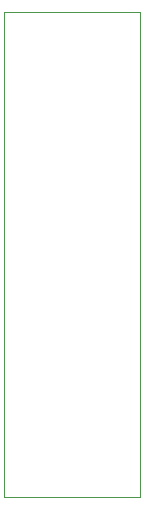
<source format=gbr>
%TF.GenerationSoftware,KiCad,Pcbnew,9.0.4*%
%TF.CreationDate,2025-10-17T20:59:14-05:00*%
%TF.ProjectId,raspi-ir,72617370-692d-4697-922e-6b696361645f,rev?*%
%TF.SameCoordinates,Original*%
%TF.FileFunction,Profile,NP*%
%FSLAX46Y46*%
G04 Gerber Fmt 4.6, Leading zero omitted, Abs format (unit mm)*
G04 Created by KiCad (PCBNEW 9.0.4) date 2025-10-17 20:59:14*
%MOMM*%
%LPD*%
G01*
G04 APERTURE LIST*
%TA.AperFunction,Profile*%
%ADD10C,0.050000*%
%TD*%
G04 APERTURE END LIST*
D10*
X151638000Y-112395000D02*
X151638000Y-71374000D01*
X151638000Y-71374000D02*
X140081000Y-71374000D01*
X140081000Y-112395000D02*
X151638000Y-112395000D01*
X140081000Y-71374000D02*
X140081000Y-112395000D01*
M02*

</source>
